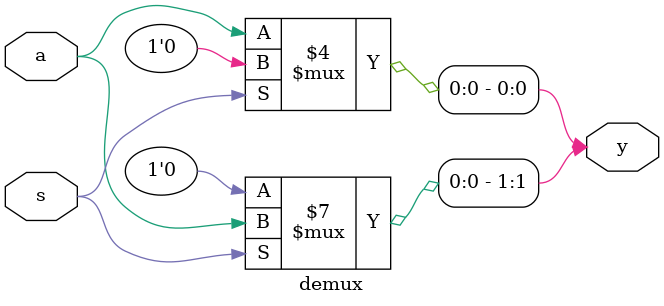
<source format=v>
`timescale 1ns / 1ps


module demux(

input a,
input s,
output reg [1:0]y );

always @(*)begin
y = 0;
if(s == 0)
    y[0] = a;
else
 y[1] = a;
 end
    
endmodule

</source>
